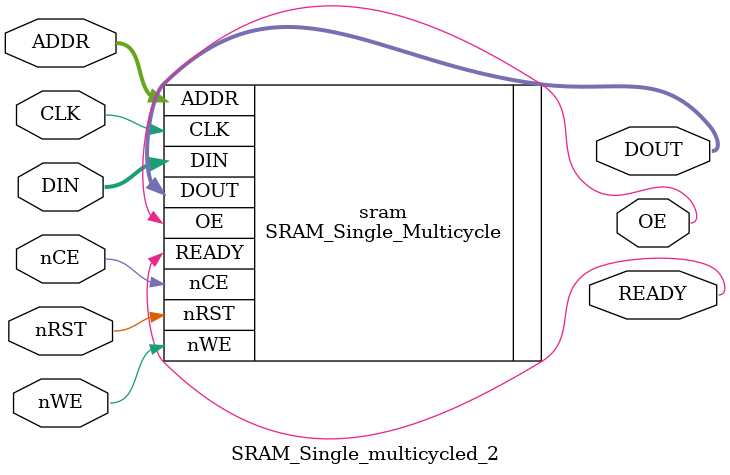
<source format=v>
`include "testdrive_system.vh"

module SRAM_Single_multicycled_2 (
	input					CLK,	// clock
	input					nRST,	// reset (active low)
	input					nCE,	// chip enable (active low)
	input					nWE,	// write enable (active low)
	output					READY,	// input ready
	input	[6:0]			ADDR,	// address
	input	[31:0]			DIN,	// data input
	output					OE,		// output enable
	output	[31:0]			DOUT	// data output
);

// definition & assignment ---------------------------------------------------

// implementation ------------------------------------------------------------
SRAM_Single_Multicycle #(
	.ADDR_WIDTH		(7),
	.DATA_WIDTH		(32),
	.CYCLE			(2)
) sram (
	.CLK			(CLK),
	.nRST			(nRST),
	.nCE			(nCE),
	.nWE			(nWE),
	.READY			(READY),
	.ADDR			(ADDR),
	.DIN			(DIN),
	.OE				(OE),
	.DOUT			(DOUT)
);

endmodule

</source>
